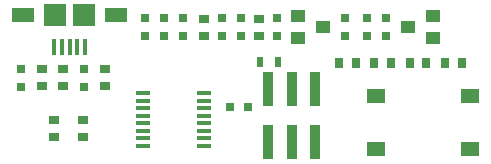
<source format=gtp>
G04 #@! TF.FileFunction,Paste,Top*
%FSLAX46Y46*%
G04 Gerber Fmt 4.6, Leading zero omitted, Abs format (unit mm)*
G04 Created by KiCad (PCBNEW (2015-08-18 BZR 6103)-product) date Wednesday, 26 August 2015 13:48:05*
%MOMM*%
G01*
G04 APERTURE LIST*
%ADD10C,0.150000*%
%ADD11R,1.200000X0.400000*%
%ADD12R,0.750000X0.800000*%
%ADD13R,0.400000X1.350000*%
%ADD14R,1.900000X1.300000*%
%ADD15R,1.900000X1.900000*%
%ADD16R,1.550000X1.300000*%
%ADD17R,0.890000X3.000000*%
%ADD18R,0.800000X0.900000*%
%ADD19R,0.900000X0.800000*%
%ADD20R,0.797560X0.797560*%
%ADD21R,1.200000X1.016000*%
%ADD22R,0.500000X0.900000*%
G04 APERTURE END LIST*
D10*
D11*
X112000000Y-108077500D03*
X112000000Y-108712500D03*
X112000000Y-109347500D03*
X112000000Y-109982500D03*
X112000000Y-110617500D03*
X112000000Y-111252500D03*
X112000000Y-111887500D03*
X112000000Y-112522500D03*
X117200000Y-112522500D03*
X117200000Y-111887500D03*
X117200000Y-111252500D03*
X117200000Y-110617500D03*
X117200000Y-109982500D03*
X117200000Y-109347500D03*
X117200000Y-108712500D03*
X117200000Y-108077500D03*
D12*
X129100000Y-103250000D03*
X129100000Y-101750000D03*
X123400000Y-103250000D03*
X123400000Y-101750000D03*
X112200000Y-103250000D03*
X112200000Y-101750000D03*
X113800000Y-103250000D03*
X113800000Y-101750000D03*
X101700000Y-106030000D03*
X101700000Y-107530000D03*
X107034000Y-106030000D03*
X107034000Y-107530000D03*
X115400000Y-103250000D03*
X115400000Y-101750000D03*
D13*
X105150000Y-104175000D03*
X106450000Y-104175000D03*
X105800000Y-104175000D03*
X107100000Y-104175000D03*
X104500000Y-104175000D03*
D14*
X101850000Y-101500000D03*
D15*
X104600000Y-101500000D03*
X107000000Y-101500000D03*
D14*
X109750000Y-101500000D03*
D16*
X131761000Y-112840000D03*
X131761000Y-108340000D03*
X139711000Y-112840000D03*
X139711000Y-108340000D03*
D17*
X126600000Y-112250000D03*
X126600000Y-107750000D03*
X124600000Y-112250000D03*
X124600000Y-107750000D03*
X122600000Y-107750000D03*
X122600000Y-112250000D03*
D18*
X131585000Y-105500000D03*
X133015000Y-105500000D03*
X130015000Y-105500000D03*
X128585000Y-105500000D03*
D19*
X121800000Y-103215000D03*
X121800000Y-101785000D03*
X117200000Y-103215000D03*
X117200000Y-101785000D03*
D18*
X134585000Y-105500000D03*
X136015000Y-105500000D03*
X137585000Y-105500000D03*
X139015000Y-105500000D03*
D19*
X104494000Y-111813000D03*
X104494000Y-110383000D03*
X106907000Y-110383000D03*
X106907000Y-111813000D03*
X105256000Y-106065000D03*
X105256000Y-107495000D03*
X103478000Y-106065000D03*
X103478000Y-107495000D03*
X108812000Y-107495000D03*
X108812000Y-106065000D03*
D20*
X131000000Y-103249300D03*
X131000000Y-101750700D03*
X132600000Y-103249300D03*
X132600000Y-101750700D03*
X118700000Y-101750700D03*
X118700000Y-103249300D03*
X120300000Y-101750700D03*
X120300000Y-103249300D03*
D21*
X125140000Y-101550000D03*
X125140000Y-103450000D03*
X127260000Y-102500000D03*
X136560000Y-103450000D03*
X136560000Y-101550000D03*
X134440000Y-102500000D03*
D20*
X120878600Y-109220000D03*
X119380000Y-109220000D03*
D22*
X121920000Y-105410000D03*
X123420000Y-105410000D03*
M02*

</source>
